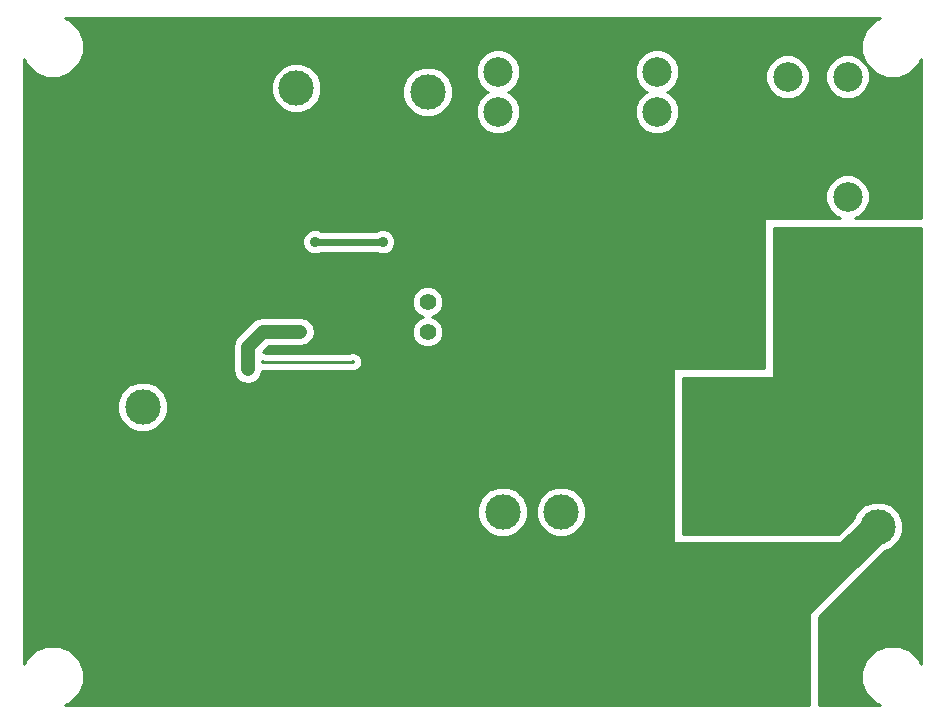
<source format=gbl>
G04 #@! TF.FileFunction,Copper,L2,Bot,Signal*
%FSLAX46Y46*%
G04 Gerber Fmt 4.6, Leading zero omitted, Abs format (unit mm)*
G04 Created by KiCad (PCBNEW (2014-12-22 BZR 5335)-product) date Thu 25 Dec 2014 04:56:00 AM PST*
%MOMM*%
G01*
G04 APERTURE LIST*
%ADD10C,0.100000*%
%ADD11C,1.397000*%
%ADD12C,2.500000*%
%ADD13C,3.000000*%
%ADD14C,0.889000*%
%ADD15C,0.350000*%
%ADD16C,2.540000*%
%ADD17C,0.612500*%
%ADD18C,0.254000*%
%ADD19C,1.225000*%
G04 APERTURE END LIST*
D10*
D11*
X173990000Y-93980000D03*
X173990000Y-96520000D03*
D12*
X179959000Y-77900000D03*
X179959000Y-74500000D03*
X193421000Y-74500000D03*
X193421000Y-77900000D03*
D13*
X185293000Y-111760000D03*
X199517000Y-111760000D03*
X149860000Y-102870000D03*
X149860000Y-110490000D03*
X173990000Y-76200000D03*
X162877500Y-75882500D03*
X212090000Y-91440000D03*
X212090000Y-113030000D03*
X180340000Y-111760000D03*
D12*
X209550000Y-74930000D03*
X204470000Y-74930000D03*
X209550000Y-85090000D03*
X204470000Y-85090000D03*
X209550000Y-120650000D03*
X204470000Y-120650000D03*
D14*
X169545000Y-101600000D03*
X167005000Y-93980000D03*
X170815000Y-101600000D03*
X205105000Y-114935000D03*
X205105000Y-116205000D03*
X164465000Y-107950000D03*
X165735000Y-107950000D03*
X164465000Y-106680000D03*
X165735000Y-93980000D03*
X156845000Y-102235000D03*
X156845000Y-103505000D03*
X156845000Y-104775000D03*
X165735000Y-106680000D03*
X190500000Y-91440000D03*
X193040000Y-88900000D03*
X193040000Y-91440000D03*
X193040000Y-93980000D03*
X198120000Y-96520000D03*
X200660000Y-96520000D03*
X200660000Y-93980000D03*
X198120000Y-93980000D03*
X198120000Y-88900000D03*
X200660000Y-91440000D03*
X200660000Y-88900000D03*
X200660000Y-86360000D03*
X154940000Y-90805000D03*
X154940000Y-88900000D03*
X203200000Y-124460000D03*
X203200000Y-127000000D03*
X200660000Y-127000000D03*
X198120000Y-127000000D03*
X195580000Y-127000000D03*
X193040000Y-127000000D03*
X190500000Y-127000000D03*
X187960000Y-127000000D03*
X185420000Y-127000000D03*
X182880000Y-127000000D03*
X180340000Y-127000000D03*
X177800000Y-127000000D03*
X175260000Y-127000000D03*
X172720000Y-127000000D03*
X170180000Y-127000000D03*
X167640000Y-127000000D03*
X165100000Y-127000000D03*
X162560000Y-127000000D03*
X160020000Y-127000000D03*
X157480000Y-127000000D03*
X154940000Y-127000000D03*
X152400000Y-127000000D03*
X149860000Y-127000000D03*
X147320000Y-71120000D03*
X142240000Y-76200000D03*
X142240000Y-119380000D03*
X142240000Y-116840000D03*
X142240000Y-114300000D03*
X142240000Y-111760000D03*
X142240000Y-109220000D03*
X142240000Y-106680000D03*
X142240000Y-104140000D03*
X142240000Y-101600000D03*
X142240000Y-99060000D03*
X142240000Y-96520000D03*
X142557500Y-94297500D03*
X142240000Y-91440000D03*
X142240000Y-88900000D03*
X142240000Y-86360000D03*
X142240000Y-83820000D03*
X142240000Y-81280000D03*
X142240000Y-78740000D03*
X147320000Y-127000000D03*
X203835000Y-114935000D03*
X203835000Y-116205000D03*
X157480000Y-88900000D03*
X154940000Y-83820000D03*
X154940000Y-86360000D03*
X193040000Y-96520000D03*
X193040000Y-99060000D03*
X196850000Y-99060000D03*
X200660000Y-99060000D03*
X201930000Y-121920000D03*
X201930000Y-119380000D03*
X201930000Y-116840000D03*
X199390000Y-116840000D03*
X196850000Y-119380000D03*
X194310000Y-119380000D03*
X191770000Y-119380000D03*
X189230000Y-119380000D03*
X186690000Y-119380000D03*
X184150000Y-119380000D03*
X171450000Y-119380000D03*
X157480000Y-116840000D03*
X154940000Y-116840000D03*
X152400000Y-114300000D03*
X149860000Y-114300000D03*
X147320000Y-114300000D03*
X147320000Y-111760000D03*
X147320000Y-109220000D03*
X144780000Y-104140000D03*
X147320000Y-106680000D03*
X153670000Y-76200000D03*
X153670000Y-78422500D03*
X151130000Y-81280000D03*
X148590000Y-83820000D03*
X148590000Y-86360000D03*
X152400000Y-71120000D03*
X149860000Y-71120000D03*
X154940000Y-71120000D03*
X152400000Y-106680000D03*
X152400000Y-104140000D03*
X152400000Y-101600000D03*
X152400000Y-99060000D03*
D15*
X167640000Y-99060000D03*
X160020000Y-99060000D03*
D14*
X163195000Y-96520000D03*
X158750000Y-99695000D03*
X164465000Y-88900000D03*
X170180000Y-88900000D03*
X208915000Y-112395000D03*
X208915000Y-111125000D03*
X207645000Y-111125000D03*
X207645000Y-112395000D03*
X213360000Y-88900000D03*
X213360000Y-93980000D03*
X213360000Y-96520000D03*
X213360000Y-99060000D03*
X213360000Y-101600000D03*
X213360000Y-104140000D03*
X213360000Y-106680000D03*
X213360000Y-109220000D03*
X210820000Y-109220000D03*
X210820000Y-106680000D03*
X210820000Y-104140000D03*
X210820000Y-101600000D03*
X210820000Y-96520000D03*
X210820000Y-93980000D03*
X210820000Y-88900000D03*
X208280000Y-88900000D03*
X208280000Y-104140000D03*
X208280000Y-106680000D03*
X208280000Y-109220000D03*
D16*
X210185000Y-114935000D02*
X212090000Y-113030000D01*
X208915000Y-116205000D02*
X210185000Y-114935000D01*
X204470000Y-120650000D02*
X208915000Y-116205000D01*
D17*
X170180000Y-100965000D02*
X169545000Y-101600000D01*
D16*
X170180000Y-97155000D02*
X170180000Y-100965000D01*
X167005000Y-93980000D02*
X170180000Y-97155000D01*
D17*
X170180000Y-100965000D02*
X170815000Y-101600000D01*
D18*
X165100000Y-107315000D02*
X164465000Y-106680000D01*
D16*
X153035000Y-107315000D02*
X149860000Y-110490000D01*
X156845000Y-107315000D02*
X153035000Y-107315000D01*
X165100000Y-107315000D02*
X156845000Y-107315000D01*
X170180000Y-102235000D02*
X165100000Y-107315000D01*
D19*
X169545000Y-101600000D02*
X170180000Y-102235000D01*
X170180000Y-102235000D02*
X170815000Y-101600000D01*
D16*
X167005000Y-93980000D02*
X165735000Y-93980000D01*
X169545000Y-101600000D02*
X170815000Y-101600000D01*
X173355000Y-115570000D02*
X165100000Y-107315000D01*
X193675000Y-115570000D02*
X173355000Y-115570000D01*
D19*
X156845000Y-103505000D02*
X156845000Y-104775000D01*
X156845000Y-104775000D02*
X156845000Y-107315000D01*
X156845000Y-102235000D02*
X156845000Y-103505000D01*
D17*
X193040000Y-88900000D02*
X190500000Y-91440000D01*
X193040000Y-93980000D02*
X193040000Y-91440000D01*
X200660000Y-96520000D02*
X198120000Y-96520000D01*
X198120000Y-93980000D02*
X200660000Y-93980000D01*
X200660000Y-91440000D02*
X198120000Y-88900000D01*
X200660000Y-86360000D02*
X200660000Y-88900000D01*
X154940000Y-90805000D02*
X154940000Y-88900000D01*
X203200000Y-124460000D02*
X203200000Y-127000000D01*
X200660000Y-127000000D02*
X198120000Y-127000000D01*
X195580000Y-127000000D02*
X193040000Y-127000000D01*
X190500000Y-127000000D02*
X187960000Y-127000000D01*
X185420000Y-127000000D02*
X182880000Y-127000000D01*
X180340000Y-127000000D02*
X177800000Y-127000000D01*
X175260000Y-127000000D02*
X172720000Y-127000000D01*
X170180000Y-127000000D02*
X167640000Y-127000000D01*
X165100000Y-127000000D02*
X162560000Y-127000000D01*
X160020000Y-127000000D02*
X157480000Y-127000000D01*
X154940000Y-127000000D02*
X152400000Y-127000000D01*
D19*
X148590000Y-72390000D02*
X148590000Y-74930000D01*
X147320000Y-71120000D02*
X148590000Y-72390000D01*
D17*
X142240000Y-119380000D02*
X142240000Y-116840000D01*
X142240000Y-114300000D02*
X142240000Y-111760000D01*
X142240000Y-109220000D02*
X142240000Y-106680000D01*
X142240000Y-104140000D02*
X142240000Y-101600000D01*
X142240000Y-99060000D02*
X142240000Y-96520000D01*
X142557500Y-94297500D02*
X142240000Y-93980000D01*
X142240000Y-93980000D02*
X142240000Y-91440000D01*
X142240000Y-88900000D02*
X142240000Y-86360000D01*
X142240000Y-83820000D02*
X142240000Y-81280000D01*
X142240000Y-78740000D02*
X142240000Y-76200000D01*
D19*
X149860000Y-127000000D02*
X147320000Y-127000000D01*
D16*
X208280000Y-115570000D02*
X208915000Y-116205000D01*
D18*
X204470000Y-115570000D02*
X203835000Y-114935000D01*
D16*
X204470000Y-115570000D02*
X208280000Y-115570000D01*
X209550000Y-115570000D02*
X212090000Y-113030000D01*
X208280000Y-115570000D02*
X209550000Y-115570000D01*
X204470000Y-115570000D02*
X193675000Y-115570000D01*
X193675000Y-94615000D02*
X193040000Y-93980000D01*
X193675000Y-115570000D02*
X193675000Y-94615000D01*
D17*
X154940000Y-86360000D02*
X154940000Y-83820000D01*
D19*
X193040000Y-99060000D02*
X196850000Y-99060000D01*
X193040000Y-93980000D02*
X193040000Y-96520000D01*
X201930000Y-116840000D02*
X201930000Y-119380000D01*
X196850000Y-119380000D02*
X199390000Y-116840000D01*
X191770000Y-119380000D02*
X194310000Y-119380000D01*
X186690000Y-119380000D02*
X189230000Y-119380000D01*
X171450000Y-119380000D02*
X184150000Y-119380000D01*
X154940000Y-116840000D02*
X157480000Y-116840000D01*
X149860000Y-114300000D02*
X152400000Y-114300000D01*
X147320000Y-111760000D02*
X147320000Y-114300000D01*
X147320000Y-106680000D02*
X147320000Y-109220000D01*
X144780000Y-104140000D02*
X147320000Y-106680000D01*
X149860000Y-109220000D02*
X147320000Y-106680000D01*
X149860000Y-110490000D02*
X149860000Y-109220000D01*
X154940000Y-74930000D02*
X153670000Y-76200000D01*
X153670000Y-78422500D02*
X151130000Y-80962500D01*
X151130000Y-80962500D02*
X151130000Y-81280000D01*
X148590000Y-83820000D02*
X148590000Y-86360000D01*
D17*
X149860000Y-71120000D02*
X152400000Y-71120000D01*
D19*
X154940000Y-71120000D02*
X154940000Y-74930000D01*
X152400000Y-106680000D02*
X152400000Y-104140000D01*
X152400000Y-101600000D02*
X152400000Y-99060000D01*
D18*
X167640000Y-99060000D02*
X161290000Y-99060000D01*
X161290000Y-99060000D02*
X160020000Y-99060000D01*
D19*
X160020000Y-96520000D02*
X163195000Y-96520000D01*
X158750000Y-97790000D02*
X160020000Y-96520000D01*
X158750000Y-99695000D02*
X158750000Y-97790000D01*
D17*
X170180000Y-88900000D02*
X164465000Y-88900000D01*
D16*
X199517000Y-111760000D02*
X199517000Y-106553000D01*
D19*
X208280000Y-111760000D02*
X208915000Y-112395000D01*
D16*
X199517000Y-111760000D02*
X208280000Y-111760000D01*
D19*
X208280000Y-111760000D02*
X208915000Y-111125000D01*
X208280000Y-111760000D02*
X207645000Y-111125000D01*
X208280000Y-111760000D02*
X207645000Y-112395000D01*
D18*
X213360000Y-93980000D02*
X213360000Y-96520000D01*
X213360000Y-99060000D02*
X213360000Y-101600000D01*
X213360000Y-104140000D02*
X213360000Y-106680000D01*
X213360000Y-109220000D02*
X210820000Y-109220000D01*
X210820000Y-106680000D02*
X210820000Y-104140000D01*
X210820000Y-101600000D02*
X210820000Y-96520000D01*
X210820000Y-93980000D02*
X210820000Y-88900000D01*
X208280000Y-88900000D02*
X208280000Y-104140000D01*
X208280000Y-106680000D02*
X208280000Y-109220000D01*
X212090000Y-90170000D02*
X213360000Y-88900000D01*
X212090000Y-91440000D02*
X212090000Y-90170000D01*
D16*
X212090000Y-93980000D02*
X199517000Y-106553000D01*
X212090000Y-91440000D02*
X212090000Y-93980000D01*
D18*
G36*
X215773000Y-124669124D02*
X215595359Y-124239201D01*
X214854698Y-123497246D01*
X213886483Y-123095208D01*
X212838116Y-123094293D01*
X211869201Y-123494641D01*
X211127246Y-124235302D01*
X210725208Y-125203517D01*
X210724293Y-126251884D01*
X211124641Y-127220799D01*
X211865302Y-127962754D01*
X212299382Y-128143000D01*
X207137000Y-128143000D01*
X207137000Y-120677076D01*
X210262035Y-117552041D01*
X210262038Y-117552039D01*
X210262039Y-117552039D01*
X210262043Y-117552032D01*
X210897038Y-116917038D01*
X211532038Y-116282039D01*
X211532038Y-116282038D01*
X211532039Y-116282036D01*
X211532040Y-116282035D01*
X212744392Y-115069683D01*
X212744393Y-115069683D01*
X213297800Y-114841020D01*
X213898909Y-114240959D01*
X214224628Y-113456541D01*
X214225370Y-112607185D01*
X213901020Y-111822200D01*
X213300959Y-111221091D01*
X212516541Y-110895372D01*
X211667185Y-110894630D01*
X210882200Y-111218980D01*
X210281091Y-111819041D01*
X210049748Y-112376174D01*
X208837964Y-113587959D01*
X208837963Y-113587960D01*
X208837961Y-113587962D01*
X208760923Y-113665000D01*
X208280000Y-113665000D01*
X204470000Y-113665000D01*
X195580000Y-113665000D01*
X195580000Y-100457000D01*
X203327000Y-100457000D01*
X203327000Y-87757000D01*
X215773000Y-87757000D01*
X215773000Y-124669124D01*
X215773000Y-124669124D01*
G37*
X215773000Y-124669124D02*
X215595359Y-124239201D01*
X214854698Y-123497246D01*
X213886483Y-123095208D01*
X212838116Y-123094293D01*
X211869201Y-123494641D01*
X211127246Y-124235302D01*
X210725208Y-125203517D01*
X210724293Y-126251884D01*
X211124641Y-127220799D01*
X211865302Y-127962754D01*
X212299382Y-128143000D01*
X207137000Y-128143000D01*
X207137000Y-120677076D01*
X210262035Y-117552041D01*
X210262038Y-117552039D01*
X210262039Y-117552039D01*
X210262043Y-117552032D01*
X210897038Y-116917038D01*
X211532038Y-116282039D01*
X211532038Y-116282038D01*
X211532039Y-116282036D01*
X211532040Y-116282035D01*
X212744392Y-115069683D01*
X212744393Y-115069683D01*
X213297800Y-114841020D01*
X213898909Y-114240959D01*
X214224628Y-113456541D01*
X214225370Y-112607185D01*
X213901020Y-111822200D01*
X213300959Y-111221091D01*
X212516541Y-110895372D01*
X211667185Y-110894630D01*
X210882200Y-111218980D01*
X210281091Y-111819041D01*
X210049748Y-112376174D01*
X208837964Y-113587959D01*
X208837963Y-113587960D01*
X208837961Y-113587962D01*
X208760923Y-113665000D01*
X208280000Y-113665000D01*
X204470000Y-113665000D01*
X195580000Y-113665000D01*
X195580000Y-100457000D01*
X203327000Y-100457000D01*
X203327000Y-87757000D01*
X215773000Y-87757000D01*
X215773000Y-124669124D01*
G36*
X215773000Y-86868000D02*
X210183054Y-86868000D01*
X210616372Y-86688957D01*
X211147093Y-86159161D01*
X211434672Y-85466595D01*
X211435326Y-84716695D01*
X211148957Y-84023628D01*
X210619161Y-83492907D01*
X209926595Y-83205328D01*
X209176695Y-83204674D01*
X208483628Y-83491043D01*
X207952907Y-84020839D01*
X207665328Y-84713405D01*
X207664674Y-85463305D01*
X207951043Y-86156372D01*
X208480839Y-86687093D01*
X208916510Y-86868000D01*
X206355326Y-86868000D01*
X206355326Y-74556695D01*
X206068957Y-73863628D01*
X205539161Y-73332907D01*
X204846595Y-73045328D01*
X204096695Y-73044674D01*
X203403628Y-73331043D01*
X202872907Y-73860839D01*
X202585328Y-74553405D01*
X202584674Y-75303305D01*
X202871043Y-75996372D01*
X203400839Y-76527093D01*
X204093405Y-76814672D01*
X204843305Y-76815326D01*
X205536372Y-76528957D01*
X206067093Y-75999161D01*
X206354672Y-75306595D01*
X206355326Y-74556695D01*
X206355326Y-86868000D01*
X202438000Y-86868000D01*
X202438000Y-99568000D01*
X195306326Y-99568000D01*
X195306326Y-77526695D01*
X195019957Y-76833628D01*
X194490161Y-76302907D01*
X194242580Y-76200102D01*
X194487372Y-76098957D01*
X195018093Y-75569161D01*
X195305672Y-74876595D01*
X195306326Y-74126695D01*
X195019957Y-73433628D01*
X194490161Y-72902907D01*
X193797595Y-72615328D01*
X193047695Y-72614674D01*
X192354628Y-72901043D01*
X191823907Y-73430839D01*
X191536328Y-74123405D01*
X191535674Y-74873305D01*
X191822043Y-75566372D01*
X192351839Y-76097093D01*
X192599419Y-76199897D01*
X192354628Y-76301043D01*
X191823907Y-76830839D01*
X191536328Y-77523405D01*
X191535674Y-78273305D01*
X191822043Y-78966372D01*
X192351839Y-79497093D01*
X193044405Y-79784672D01*
X193794305Y-79785326D01*
X194487372Y-79498957D01*
X195018093Y-78969161D01*
X195305672Y-78276595D01*
X195306326Y-77526695D01*
X195306326Y-99568000D01*
X194183000Y-99568000D01*
X194183000Y-115062000D01*
X206248000Y-115062000D01*
X206248000Y-128143000D01*
X187428370Y-128143000D01*
X187428370Y-111337185D01*
X187104020Y-110552200D01*
X186503959Y-109951091D01*
X185719541Y-109625372D01*
X184870185Y-109624630D01*
X184085200Y-109948980D01*
X183484091Y-110549041D01*
X183158372Y-111333459D01*
X183157630Y-112182815D01*
X183481980Y-112967800D01*
X184082041Y-113568909D01*
X184866459Y-113894628D01*
X185715815Y-113895370D01*
X186500800Y-113571020D01*
X187101909Y-112970959D01*
X187427628Y-112186541D01*
X187428370Y-111337185D01*
X187428370Y-128143000D01*
X182475370Y-128143000D01*
X182475370Y-111337185D01*
X182151020Y-110552200D01*
X181844326Y-110244970D01*
X181844326Y-77526695D01*
X181557957Y-76833628D01*
X181028161Y-76302907D01*
X180780580Y-76200102D01*
X181025372Y-76098957D01*
X181556093Y-75569161D01*
X181843672Y-74876595D01*
X181844326Y-74126695D01*
X181557957Y-73433628D01*
X181028161Y-72902907D01*
X180335595Y-72615328D01*
X179585695Y-72614674D01*
X178892628Y-72901043D01*
X178361907Y-73430839D01*
X178074328Y-74123405D01*
X178073674Y-74873305D01*
X178360043Y-75566372D01*
X178889839Y-76097093D01*
X179137419Y-76199897D01*
X178892628Y-76301043D01*
X178361907Y-76830839D01*
X178074328Y-77523405D01*
X178073674Y-78273305D01*
X178360043Y-78966372D01*
X178889839Y-79497093D01*
X179582405Y-79784672D01*
X180332305Y-79785326D01*
X181025372Y-79498957D01*
X181556093Y-78969161D01*
X181843672Y-78276595D01*
X181844326Y-77526695D01*
X181844326Y-110244970D01*
X181550959Y-109951091D01*
X180766541Y-109625372D01*
X179917185Y-109624630D01*
X179132200Y-109948980D01*
X178531091Y-110549041D01*
X178205372Y-111333459D01*
X178204630Y-112182815D01*
X178528980Y-112967800D01*
X179129041Y-113568909D01*
X179913459Y-113894628D01*
X180762815Y-113895370D01*
X181547800Y-113571020D01*
X182148909Y-112970959D01*
X182474628Y-112186541D01*
X182475370Y-111337185D01*
X182475370Y-128143000D01*
X176125370Y-128143000D01*
X176125370Y-75777185D01*
X175801020Y-74992200D01*
X175200959Y-74391091D01*
X174416541Y-74065372D01*
X173567185Y-74064630D01*
X172782200Y-74388980D01*
X172181091Y-74989041D01*
X171855372Y-75773459D01*
X171854630Y-76622815D01*
X172178980Y-77407800D01*
X172779041Y-78008909D01*
X173563459Y-78334628D01*
X174412815Y-78335370D01*
X175197800Y-78011020D01*
X175798909Y-77410959D01*
X176124628Y-76626541D01*
X176125370Y-75777185D01*
X176125370Y-128143000D01*
X175323731Y-128143000D01*
X175323731Y-96255914D01*
X175121146Y-95765620D01*
X174746353Y-95390173D01*
X174408553Y-95249906D01*
X174744380Y-95111146D01*
X175119827Y-94736353D01*
X175323268Y-94246413D01*
X175323731Y-93715914D01*
X175121146Y-93225620D01*
X174746353Y-92850173D01*
X174256413Y-92646732D01*
X173725914Y-92646269D01*
X173235620Y-92848854D01*
X172860173Y-93223647D01*
X172656732Y-93713587D01*
X172656269Y-94244086D01*
X172858854Y-94734380D01*
X173233647Y-95109827D01*
X173571446Y-95250093D01*
X173235620Y-95388854D01*
X172860173Y-95763647D01*
X172656732Y-96253587D01*
X172656269Y-96784086D01*
X172858854Y-97274380D01*
X173233647Y-97649827D01*
X173723587Y-97853268D01*
X174254086Y-97853731D01*
X174744380Y-97651146D01*
X175119827Y-97276353D01*
X175323268Y-96786413D01*
X175323731Y-96255914D01*
X175323731Y-128143000D01*
X171259687Y-128143000D01*
X171259687Y-88686216D01*
X171095689Y-88289311D01*
X170792286Y-87985378D01*
X170395668Y-87820687D01*
X169966216Y-87820313D01*
X169631173Y-87958750D01*
X165013158Y-87958750D01*
X165012870Y-87958630D01*
X165012870Y-75459685D01*
X164688520Y-74674700D01*
X164088459Y-74073591D01*
X163304041Y-73747872D01*
X162454685Y-73747130D01*
X161669700Y-74071480D01*
X161068591Y-74671541D01*
X160742872Y-75455959D01*
X160742130Y-76305315D01*
X161066480Y-77090300D01*
X161666541Y-77691409D01*
X162450959Y-78017128D01*
X163300315Y-78017870D01*
X164085300Y-77693520D01*
X164686409Y-77093459D01*
X165012128Y-76309041D01*
X165012870Y-75459685D01*
X165012870Y-87958630D01*
X164680668Y-87820687D01*
X164251216Y-87820313D01*
X163854311Y-87984311D01*
X163550378Y-88287714D01*
X163385687Y-88684332D01*
X163385313Y-89113784D01*
X163549311Y-89510689D01*
X163852714Y-89814622D01*
X164249332Y-89979313D01*
X164678784Y-89979687D01*
X165013826Y-89841250D01*
X169631841Y-89841250D01*
X169964332Y-89979313D01*
X170393784Y-89979687D01*
X170790689Y-89815689D01*
X171094622Y-89512286D01*
X171259313Y-89115668D01*
X171259687Y-88686216D01*
X171259687Y-128143000D01*
X168450140Y-128143000D01*
X168450140Y-98899588D01*
X168327085Y-98601771D01*
X168099427Y-98373716D01*
X167801826Y-98250141D01*
X167479588Y-98249860D01*
X167363079Y-98298000D01*
X161290000Y-98298000D01*
X160297083Y-98298000D01*
X160181826Y-98250141D01*
X160054202Y-98250029D01*
X160536732Y-97767500D01*
X163195000Y-97767500D01*
X163672398Y-97672540D01*
X164077116Y-97402116D01*
X164347540Y-96997398D01*
X164442500Y-96520000D01*
X164347540Y-96042602D01*
X164077116Y-95637884D01*
X163672398Y-95367460D01*
X163195000Y-95272500D01*
X160020000Y-95272500D01*
X159542602Y-95367460D01*
X159137884Y-95637884D01*
X157867884Y-96907884D01*
X157597460Y-97312602D01*
X157502500Y-97790000D01*
X157502500Y-99695000D01*
X157597460Y-100172398D01*
X157867884Y-100577116D01*
X158272602Y-100847540D01*
X158750000Y-100942500D01*
X159227398Y-100847540D01*
X159632116Y-100577116D01*
X159902540Y-100172398D01*
X159962700Y-99869950D01*
X160180412Y-99870140D01*
X160296920Y-99822000D01*
X161290000Y-99822000D01*
X167362916Y-99822000D01*
X167478174Y-99869859D01*
X167800412Y-99870140D01*
X168098229Y-99747085D01*
X168326284Y-99519427D01*
X168449859Y-99221826D01*
X168450140Y-98899588D01*
X168450140Y-128143000D01*
X151995370Y-128143000D01*
X151995370Y-102447185D01*
X151671020Y-101662200D01*
X151070959Y-101061091D01*
X150286541Y-100735372D01*
X149437185Y-100734630D01*
X148652200Y-101058980D01*
X148051091Y-101659041D01*
X147725372Y-102443459D01*
X147724630Y-103292815D01*
X148048980Y-104077800D01*
X148649041Y-104678909D01*
X149433459Y-105004628D01*
X150282815Y-105005370D01*
X151067800Y-104681020D01*
X151668909Y-104080959D01*
X151994628Y-103296541D01*
X151995370Y-102447185D01*
X151995370Y-128143000D01*
X143300875Y-128143000D01*
X143730799Y-127965359D01*
X144472754Y-127224698D01*
X144874792Y-126256483D01*
X144875707Y-125208116D01*
X144475359Y-124239201D01*
X143734698Y-123497246D01*
X142766483Y-123095208D01*
X141718116Y-123094293D01*
X140749201Y-123494641D01*
X140007246Y-124235302D01*
X139827000Y-124669382D01*
X139827000Y-73450875D01*
X140004641Y-73880799D01*
X140745302Y-74622754D01*
X141713517Y-75024792D01*
X142761884Y-75025707D01*
X143730799Y-74625359D01*
X144472754Y-73884698D01*
X144874792Y-72916483D01*
X144875707Y-71868116D01*
X144475359Y-70899201D01*
X143734698Y-70157246D01*
X143300617Y-69977000D01*
X212299124Y-69977000D01*
X211869201Y-70154641D01*
X211127246Y-70895302D01*
X210725208Y-71863517D01*
X210724293Y-72911884D01*
X211095362Y-73809940D01*
X210619161Y-73332907D01*
X209926595Y-73045328D01*
X209176695Y-73044674D01*
X208483628Y-73331043D01*
X207952907Y-73860839D01*
X207665328Y-74553405D01*
X207664674Y-75303305D01*
X207951043Y-75996372D01*
X208480839Y-76527093D01*
X209173405Y-76814672D01*
X209923305Y-76815326D01*
X210616372Y-76528957D01*
X211147093Y-75999161D01*
X211434672Y-75306595D01*
X211435326Y-74556695D01*
X211178235Y-73934486D01*
X211865302Y-74622754D01*
X212833517Y-75024792D01*
X213881884Y-75025707D01*
X214850799Y-74625359D01*
X215592754Y-73884698D01*
X215773000Y-73450617D01*
X215773000Y-86868000D01*
X215773000Y-86868000D01*
G37*
X215773000Y-86868000D02*
X210183054Y-86868000D01*
X210616372Y-86688957D01*
X211147093Y-86159161D01*
X211434672Y-85466595D01*
X211435326Y-84716695D01*
X211148957Y-84023628D01*
X210619161Y-83492907D01*
X209926595Y-83205328D01*
X209176695Y-83204674D01*
X208483628Y-83491043D01*
X207952907Y-84020839D01*
X207665328Y-84713405D01*
X207664674Y-85463305D01*
X207951043Y-86156372D01*
X208480839Y-86687093D01*
X208916510Y-86868000D01*
X206355326Y-86868000D01*
X206355326Y-74556695D01*
X206068957Y-73863628D01*
X205539161Y-73332907D01*
X204846595Y-73045328D01*
X204096695Y-73044674D01*
X203403628Y-73331043D01*
X202872907Y-73860839D01*
X202585328Y-74553405D01*
X202584674Y-75303305D01*
X202871043Y-75996372D01*
X203400839Y-76527093D01*
X204093405Y-76814672D01*
X204843305Y-76815326D01*
X205536372Y-76528957D01*
X206067093Y-75999161D01*
X206354672Y-75306595D01*
X206355326Y-74556695D01*
X206355326Y-86868000D01*
X202438000Y-86868000D01*
X202438000Y-99568000D01*
X195306326Y-99568000D01*
X195306326Y-77526695D01*
X195019957Y-76833628D01*
X194490161Y-76302907D01*
X194242580Y-76200102D01*
X194487372Y-76098957D01*
X195018093Y-75569161D01*
X195305672Y-74876595D01*
X195306326Y-74126695D01*
X195019957Y-73433628D01*
X194490161Y-72902907D01*
X193797595Y-72615328D01*
X193047695Y-72614674D01*
X192354628Y-72901043D01*
X191823907Y-73430839D01*
X191536328Y-74123405D01*
X191535674Y-74873305D01*
X191822043Y-75566372D01*
X192351839Y-76097093D01*
X192599419Y-76199897D01*
X192354628Y-76301043D01*
X191823907Y-76830839D01*
X191536328Y-77523405D01*
X191535674Y-78273305D01*
X191822043Y-78966372D01*
X192351839Y-79497093D01*
X193044405Y-79784672D01*
X193794305Y-79785326D01*
X194487372Y-79498957D01*
X195018093Y-78969161D01*
X195305672Y-78276595D01*
X195306326Y-77526695D01*
X195306326Y-99568000D01*
X194183000Y-99568000D01*
X194183000Y-115062000D01*
X206248000Y-115062000D01*
X206248000Y-128143000D01*
X187428370Y-128143000D01*
X187428370Y-111337185D01*
X187104020Y-110552200D01*
X186503959Y-109951091D01*
X185719541Y-109625372D01*
X184870185Y-109624630D01*
X184085200Y-109948980D01*
X183484091Y-110549041D01*
X183158372Y-111333459D01*
X183157630Y-112182815D01*
X183481980Y-112967800D01*
X184082041Y-113568909D01*
X184866459Y-113894628D01*
X185715815Y-113895370D01*
X186500800Y-113571020D01*
X187101909Y-112970959D01*
X187427628Y-112186541D01*
X187428370Y-111337185D01*
X187428370Y-128143000D01*
X182475370Y-128143000D01*
X182475370Y-111337185D01*
X182151020Y-110552200D01*
X181844326Y-110244970D01*
X181844326Y-77526695D01*
X181557957Y-76833628D01*
X181028161Y-76302907D01*
X180780580Y-76200102D01*
X181025372Y-76098957D01*
X181556093Y-75569161D01*
X181843672Y-74876595D01*
X181844326Y-74126695D01*
X181557957Y-73433628D01*
X181028161Y-72902907D01*
X180335595Y-72615328D01*
X179585695Y-72614674D01*
X178892628Y-72901043D01*
X178361907Y-73430839D01*
X178074328Y-74123405D01*
X178073674Y-74873305D01*
X178360043Y-75566372D01*
X178889839Y-76097093D01*
X179137419Y-76199897D01*
X178892628Y-76301043D01*
X178361907Y-76830839D01*
X178074328Y-77523405D01*
X178073674Y-78273305D01*
X178360043Y-78966372D01*
X178889839Y-79497093D01*
X179582405Y-79784672D01*
X180332305Y-79785326D01*
X181025372Y-79498957D01*
X181556093Y-78969161D01*
X181843672Y-78276595D01*
X181844326Y-77526695D01*
X181844326Y-110244970D01*
X181550959Y-109951091D01*
X180766541Y-109625372D01*
X179917185Y-109624630D01*
X179132200Y-109948980D01*
X178531091Y-110549041D01*
X178205372Y-111333459D01*
X178204630Y-112182815D01*
X178528980Y-112967800D01*
X179129041Y-113568909D01*
X179913459Y-113894628D01*
X180762815Y-113895370D01*
X181547800Y-113571020D01*
X182148909Y-112970959D01*
X182474628Y-112186541D01*
X182475370Y-111337185D01*
X182475370Y-128143000D01*
X176125370Y-128143000D01*
X176125370Y-75777185D01*
X175801020Y-74992200D01*
X175200959Y-74391091D01*
X174416541Y-74065372D01*
X173567185Y-74064630D01*
X172782200Y-74388980D01*
X172181091Y-74989041D01*
X171855372Y-75773459D01*
X171854630Y-76622815D01*
X172178980Y-77407800D01*
X172779041Y-78008909D01*
X173563459Y-78334628D01*
X174412815Y-78335370D01*
X175197800Y-78011020D01*
X175798909Y-77410959D01*
X176124628Y-76626541D01*
X176125370Y-75777185D01*
X176125370Y-128143000D01*
X175323731Y-128143000D01*
X175323731Y-96255914D01*
X175121146Y-95765620D01*
X174746353Y-95390173D01*
X174408553Y-95249906D01*
X174744380Y-95111146D01*
X175119827Y-94736353D01*
X175323268Y-94246413D01*
X175323731Y-93715914D01*
X175121146Y-93225620D01*
X174746353Y-92850173D01*
X174256413Y-92646732D01*
X173725914Y-92646269D01*
X173235620Y-92848854D01*
X172860173Y-93223647D01*
X172656732Y-93713587D01*
X172656269Y-94244086D01*
X172858854Y-94734380D01*
X173233647Y-95109827D01*
X173571446Y-95250093D01*
X173235620Y-95388854D01*
X172860173Y-95763647D01*
X172656732Y-96253587D01*
X172656269Y-96784086D01*
X172858854Y-97274380D01*
X173233647Y-97649827D01*
X173723587Y-97853268D01*
X174254086Y-97853731D01*
X174744380Y-97651146D01*
X175119827Y-97276353D01*
X175323268Y-96786413D01*
X175323731Y-96255914D01*
X175323731Y-128143000D01*
X171259687Y-128143000D01*
X171259687Y-88686216D01*
X171095689Y-88289311D01*
X170792286Y-87985378D01*
X170395668Y-87820687D01*
X169966216Y-87820313D01*
X169631173Y-87958750D01*
X165013158Y-87958750D01*
X165012870Y-87958630D01*
X165012870Y-75459685D01*
X164688520Y-74674700D01*
X164088459Y-74073591D01*
X163304041Y-73747872D01*
X162454685Y-73747130D01*
X161669700Y-74071480D01*
X161068591Y-74671541D01*
X160742872Y-75455959D01*
X160742130Y-76305315D01*
X161066480Y-77090300D01*
X161666541Y-77691409D01*
X162450959Y-78017128D01*
X163300315Y-78017870D01*
X164085300Y-77693520D01*
X164686409Y-77093459D01*
X165012128Y-76309041D01*
X165012870Y-75459685D01*
X165012870Y-87958630D01*
X164680668Y-87820687D01*
X164251216Y-87820313D01*
X163854311Y-87984311D01*
X163550378Y-88287714D01*
X163385687Y-88684332D01*
X163385313Y-89113784D01*
X163549311Y-89510689D01*
X163852714Y-89814622D01*
X164249332Y-89979313D01*
X164678784Y-89979687D01*
X165013826Y-89841250D01*
X169631841Y-89841250D01*
X169964332Y-89979313D01*
X170393784Y-89979687D01*
X170790689Y-89815689D01*
X171094622Y-89512286D01*
X171259313Y-89115668D01*
X171259687Y-88686216D01*
X171259687Y-128143000D01*
X168450140Y-128143000D01*
X168450140Y-98899588D01*
X168327085Y-98601771D01*
X168099427Y-98373716D01*
X167801826Y-98250141D01*
X167479588Y-98249860D01*
X167363079Y-98298000D01*
X161290000Y-98298000D01*
X160297083Y-98298000D01*
X160181826Y-98250141D01*
X160054202Y-98250029D01*
X160536732Y-97767500D01*
X163195000Y-97767500D01*
X163672398Y-97672540D01*
X164077116Y-97402116D01*
X164347540Y-96997398D01*
X164442500Y-96520000D01*
X164347540Y-96042602D01*
X164077116Y-95637884D01*
X163672398Y-95367460D01*
X163195000Y-95272500D01*
X160020000Y-95272500D01*
X159542602Y-95367460D01*
X159137884Y-95637884D01*
X157867884Y-96907884D01*
X157597460Y-97312602D01*
X157502500Y-97790000D01*
X157502500Y-99695000D01*
X157597460Y-100172398D01*
X157867884Y-100577116D01*
X158272602Y-100847540D01*
X158750000Y-100942500D01*
X159227398Y-100847540D01*
X159632116Y-100577116D01*
X159902540Y-100172398D01*
X159962700Y-99869950D01*
X160180412Y-99870140D01*
X160296920Y-99822000D01*
X161290000Y-99822000D01*
X167362916Y-99822000D01*
X167478174Y-99869859D01*
X167800412Y-99870140D01*
X168098229Y-99747085D01*
X168326284Y-99519427D01*
X168449859Y-99221826D01*
X168450140Y-98899588D01*
X168450140Y-128143000D01*
X151995370Y-128143000D01*
X151995370Y-102447185D01*
X151671020Y-101662200D01*
X151070959Y-101061091D01*
X150286541Y-100735372D01*
X149437185Y-100734630D01*
X148652200Y-101058980D01*
X148051091Y-101659041D01*
X147725372Y-102443459D01*
X147724630Y-103292815D01*
X148048980Y-104077800D01*
X148649041Y-104678909D01*
X149433459Y-105004628D01*
X150282815Y-105005370D01*
X151067800Y-104681020D01*
X151668909Y-104080959D01*
X151994628Y-103296541D01*
X151995370Y-102447185D01*
X151995370Y-128143000D01*
X143300875Y-128143000D01*
X143730799Y-127965359D01*
X144472754Y-127224698D01*
X144874792Y-126256483D01*
X144875707Y-125208116D01*
X144475359Y-124239201D01*
X143734698Y-123497246D01*
X142766483Y-123095208D01*
X141718116Y-123094293D01*
X140749201Y-123494641D01*
X140007246Y-124235302D01*
X139827000Y-124669382D01*
X139827000Y-73450875D01*
X140004641Y-73880799D01*
X140745302Y-74622754D01*
X141713517Y-75024792D01*
X142761884Y-75025707D01*
X143730799Y-74625359D01*
X144472754Y-73884698D01*
X144874792Y-72916483D01*
X144875707Y-71868116D01*
X144475359Y-70899201D01*
X143734698Y-70157246D01*
X143300617Y-69977000D01*
X212299124Y-69977000D01*
X211869201Y-70154641D01*
X211127246Y-70895302D01*
X210725208Y-71863517D01*
X210724293Y-72911884D01*
X211095362Y-73809940D01*
X210619161Y-73332907D01*
X209926595Y-73045328D01*
X209176695Y-73044674D01*
X208483628Y-73331043D01*
X207952907Y-73860839D01*
X207665328Y-74553405D01*
X207664674Y-75303305D01*
X207951043Y-75996372D01*
X208480839Y-76527093D01*
X209173405Y-76814672D01*
X209923305Y-76815326D01*
X210616372Y-76528957D01*
X211147093Y-75999161D01*
X211434672Y-75306595D01*
X211435326Y-74556695D01*
X211178235Y-73934486D01*
X211865302Y-74622754D01*
X212833517Y-75024792D01*
X213881884Y-75025707D01*
X214850799Y-74625359D01*
X215592754Y-73884698D01*
X215773000Y-73450617D01*
X215773000Y-86868000D01*
M02*

</source>
